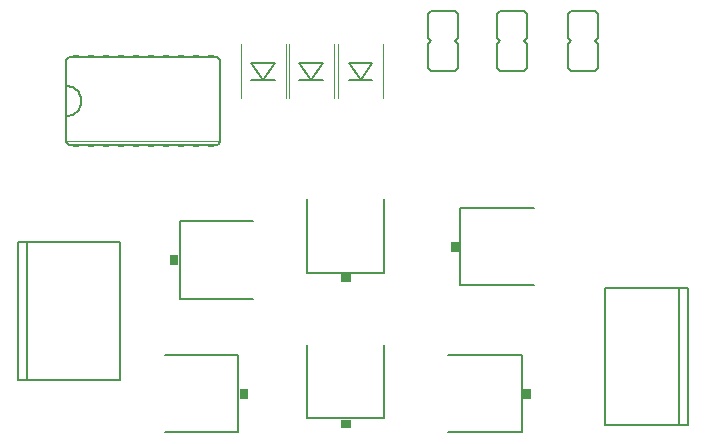
<source format=gto>
G75*
G70*
%OFA0B0*%
%FSLAX24Y24*%
%IPPOS*%
%LPD*%
%AMOC8*
5,1,8,0,0,1.08239X$1,22.5*
%
%ADD10C,0.0060*%
%ADD11C,0.0080*%
%ADD12R,0.0300X0.0340*%
%ADD13R,0.0340X0.0300*%
%ADD14C,0.0020*%
%ADD15R,0.0200X0.0050*%
%ADD16C,0.0040*%
D10*
X002440Y011130D02*
X007260Y011130D01*
X007283Y011132D01*
X007306Y011137D01*
X007328Y011146D01*
X007348Y011159D01*
X007366Y011174D01*
X007381Y011192D01*
X007394Y011212D01*
X007403Y011234D01*
X007408Y011257D01*
X007410Y011280D01*
X007410Y013920D01*
X007408Y013943D01*
X007403Y013966D01*
X007394Y013988D01*
X007381Y014008D01*
X007366Y014026D01*
X007348Y014041D01*
X007328Y014054D01*
X007306Y014063D01*
X007283Y014068D01*
X007260Y014070D01*
X002440Y014070D01*
X002417Y014068D01*
X002394Y014063D01*
X002372Y014054D01*
X002352Y014041D01*
X002334Y014026D01*
X002319Y014008D01*
X002306Y013988D01*
X002297Y013966D01*
X002292Y013943D01*
X002290Y013920D01*
X002290Y013100D01*
X002290Y012100D01*
X002290Y011280D01*
X002292Y011257D01*
X002297Y011234D01*
X002306Y011212D01*
X002319Y011192D01*
X002334Y011174D01*
X002352Y011159D01*
X002372Y011146D01*
X002394Y011137D01*
X002417Y011132D01*
X002440Y011130D01*
X002290Y012100D02*
X002334Y012102D01*
X002377Y012108D01*
X002419Y012117D01*
X002461Y012130D01*
X002501Y012147D01*
X002540Y012167D01*
X002577Y012190D01*
X002611Y012217D01*
X002644Y012246D01*
X002673Y012279D01*
X002700Y012313D01*
X002723Y012350D01*
X002743Y012389D01*
X002760Y012429D01*
X002773Y012471D01*
X002782Y012513D01*
X002788Y012556D01*
X002790Y012600D01*
X002788Y012644D01*
X002782Y012687D01*
X002773Y012729D01*
X002760Y012771D01*
X002743Y012811D01*
X002723Y012850D01*
X002700Y012887D01*
X002673Y012921D01*
X002644Y012954D01*
X002611Y012983D01*
X002577Y013010D01*
X002540Y013033D01*
X002501Y013053D01*
X002461Y013070D01*
X002419Y013083D01*
X002377Y013092D01*
X002334Y013098D01*
X002290Y013100D01*
X014350Y013700D02*
X014450Y013600D01*
X015250Y013600D01*
X015350Y013700D01*
X015350Y014500D01*
X015250Y014600D01*
X015350Y014700D01*
X015350Y015500D01*
X015250Y015600D01*
X014450Y015600D01*
X014350Y015500D01*
X014350Y014700D01*
X014450Y014600D01*
X014350Y014500D01*
X014350Y013700D01*
X016650Y013700D02*
X016750Y013600D01*
X017550Y013600D01*
X017650Y013700D01*
X017650Y014500D01*
X017550Y014600D01*
X017650Y014700D01*
X017650Y015500D01*
X017550Y015600D01*
X016750Y015600D01*
X016650Y015500D01*
X016650Y014700D01*
X016750Y014600D01*
X016650Y014500D01*
X016650Y013700D01*
X019000Y013700D02*
X019100Y013600D01*
X019900Y013600D01*
X020000Y013700D01*
X020000Y014500D01*
X019900Y014600D01*
X020000Y014700D01*
X020000Y015500D01*
X019900Y015600D01*
X019100Y015600D01*
X019000Y015500D01*
X019000Y014700D01*
X019100Y014600D01*
X019000Y014500D01*
X019000Y013700D01*
D11*
X000683Y007899D02*
X000683Y003301D01*
X000998Y003301D01*
X000998Y007899D01*
X004069Y007899D01*
X004069Y003301D01*
X000998Y003301D01*
X005579Y004140D02*
X008018Y004140D01*
X008018Y001560D01*
X005579Y001560D01*
X010310Y002032D02*
X010310Y004471D01*
X008521Y006010D02*
X006082Y006010D01*
X006082Y008590D01*
X008521Y008590D01*
X010310Y009321D02*
X010310Y006882D01*
X012890Y006882D01*
X012890Y009321D01*
X015432Y009040D02*
X017871Y009040D01*
X015432Y009040D02*
X015432Y006460D01*
X017871Y006460D01*
X020261Y006361D02*
X022702Y006361D01*
X022702Y001794D01*
X020261Y001794D01*
X020261Y006361D01*
X022702Y006361D02*
X023017Y006361D01*
X023017Y001794D01*
X022702Y001794D01*
X017468Y001560D02*
X015029Y001560D01*
X012890Y002032D02*
X010310Y002032D01*
X012890Y002032D02*
X012890Y004471D01*
X015029Y004140D02*
X017468Y004140D01*
X017468Y001560D01*
X012494Y013313D02*
X011706Y013313D01*
X012100Y013313D02*
X012494Y013853D01*
X011706Y013853D01*
X012100Y013313D01*
X010844Y013313D02*
X010056Y013313D01*
X010450Y013313D02*
X010844Y013853D01*
X010056Y013853D01*
X010450Y013313D01*
X009244Y013313D02*
X008456Y013313D01*
X008850Y013313D02*
X009244Y013853D01*
X008456Y013853D01*
X008850Y013313D01*
X000998Y007899D02*
X000683Y007899D01*
D12*
X005892Y007300D03*
X008208Y002850D03*
X015242Y007750D03*
X017658Y002850D03*
D13*
X011600Y001842D03*
X011600Y006692D03*
D14*
X007400Y011270D02*
X002300Y011270D01*
D15*
X002600Y011105D03*
X003100Y011105D03*
X003600Y011105D03*
X004100Y011105D03*
X004600Y011105D03*
X005100Y011105D03*
X005600Y011105D03*
X006100Y011105D03*
X006600Y011105D03*
X007100Y011105D03*
X007100Y014095D03*
X006600Y014095D03*
X006100Y014095D03*
X005600Y014095D03*
X005100Y014095D03*
X004600Y014095D03*
X004100Y014095D03*
X003600Y014095D03*
X003100Y014095D03*
X002600Y014095D03*
D16*
X008100Y014490D02*
X008100Y012710D01*
X009600Y012710D02*
X009600Y014490D01*
X009700Y014490D02*
X009700Y012710D01*
X011200Y012710D02*
X011200Y014490D01*
X011350Y014490D02*
X011350Y012710D01*
X012850Y012710D02*
X012850Y014490D01*
M02*

</source>
